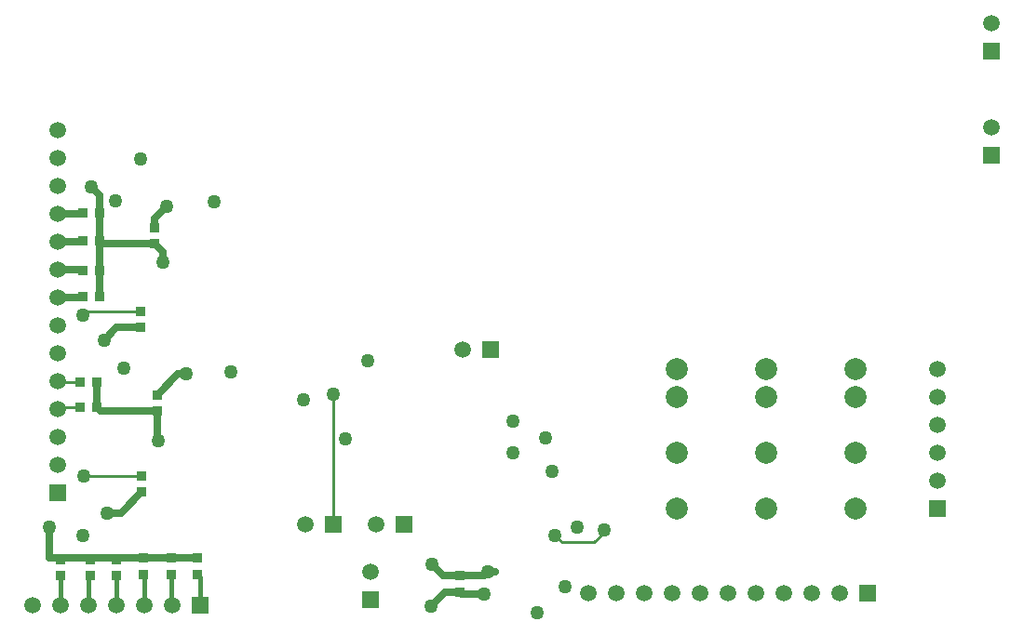
<source format=gbl>
G04 Layer_Physical_Order=4*
G04 Layer_Color=16711680*
%FSLAX25Y25*%
%MOIN*%
G70*
G01*
G75*
%ADD11R,0.03543X0.03740*%
%ADD14R,0.03740X0.03543*%
%ADD16C,0.01000*%
%ADD17C,0.02500*%
%ADD18C,0.05906*%
%ADD19R,0.05906X0.05906*%
%ADD20R,0.05906X0.05906*%
%ADD21C,0.07874*%
%ADD22C,0.05000*%
%ADD23C,0.01500*%
D11*
X228405Y290000D02*
D03*
X222500D02*
D03*
X228405Y299000D02*
D03*
X222500D02*
D03*
X229405Y329500D02*
D03*
X223500D02*
D03*
X229405Y339000D02*
D03*
X223500D02*
D03*
X229405Y349500D02*
D03*
X223500D02*
D03*
X229405Y359500D02*
D03*
X223500D02*
D03*
D14*
X215500Y235405D02*
D03*
Y229500D02*
D03*
X226000Y235405D02*
D03*
Y229500D02*
D03*
X235500Y235405D02*
D03*
Y229500D02*
D03*
X245000Y235906D02*
D03*
Y230000D02*
D03*
X255000Y235906D02*
D03*
Y230000D02*
D03*
X264500Y235906D02*
D03*
Y230000D02*
D03*
X244500Y265406D02*
D03*
Y259500D02*
D03*
X244000Y324406D02*
D03*
Y318500D02*
D03*
X250000Y294406D02*
D03*
Y288500D02*
D03*
X249000Y354405D02*
D03*
Y348500D02*
D03*
X358500Y223594D02*
D03*
Y229500D02*
D03*
D16*
X223500Y323000D02*
X224905Y324406D01*
X313000Y248000D02*
Y294500D01*
X224905Y324406D02*
X244000D01*
X214799Y299000D02*
X222500D01*
X214331Y299468D02*
X214799Y299000D01*
X214862Y290000D02*
X222500D01*
X214331Y289469D02*
X214862Y290000D01*
X223905Y265406D02*
X244500D01*
X395000Y241500D02*
X406500D01*
X410000Y245000D01*
Y246000D01*
X392500Y244000D02*
X395000Y241500D01*
X255500Y219000D02*
Y229500D01*
X255000Y230000D02*
X255500Y229500D01*
D17*
X232000Y252000D02*
X237000D01*
X244500Y259500D01*
X231000Y314000D02*
X235500Y318500D01*
X244000D01*
X226500Y369000D02*
X229405Y366094D01*
Y359500D02*
Y366094D01*
X211500Y235906D02*
X264500D01*
X211500D02*
Y247000D01*
X250000Y278500D02*
X250500Y278000D01*
X250000Y278500D02*
Y288500D01*
Y294406D02*
X257594Y302000D01*
X260500D01*
X228405Y290000D02*
X229906Y288500D01*
X250000D01*
X228405Y290000D02*
Y299000D01*
X229405Y339000D02*
Y349500D01*
X230405Y348500D02*
X249000D01*
Y357500D02*
X253500Y362000D01*
X249000Y354405D02*
Y357500D01*
X252000Y342000D02*
Y345500D01*
X249000Y348500D02*
X252000Y345500D01*
X229405Y349500D02*
X230405Y348500D01*
X229405Y349500D02*
Y359500D01*
Y329500D02*
Y339000D01*
X214331Y359469D02*
X223468D01*
X223500Y359500D01*
X214331Y349468D02*
X223468D01*
X223500Y349500D01*
X214331Y339469D02*
X223031D01*
X223500Y339000D01*
X214331Y329468D02*
X223468D01*
X223500Y329500D01*
X352500Y229500D02*
X358500D01*
X348500Y233500D02*
X352500Y229500D01*
X353095Y223594D02*
X358500D01*
X348000Y218500D02*
X353095Y223594D01*
X368500Y231000D02*
X371000D01*
X358500Y229500D02*
X367000D01*
X368500Y231000D01*
X359095Y223000D02*
X367000D01*
X358500Y223594D02*
X359095Y223000D01*
X211500Y235906D02*
X240500D01*
D18*
X529331Y303720D02*
D03*
Y293721D02*
D03*
Y283720D02*
D03*
Y273721D02*
D03*
Y263720D02*
D03*
X326500Y231000D02*
D03*
X205500Y219000D02*
D03*
X215500D02*
D03*
X225500D02*
D03*
X235500D02*
D03*
X255500D02*
D03*
X245500D02*
D03*
X214331Y269468D02*
D03*
Y279468D02*
D03*
Y289469D02*
D03*
Y299468D02*
D03*
Y309469D02*
D03*
Y319468D02*
D03*
Y329468D02*
D03*
Y339469D02*
D03*
Y349468D02*
D03*
Y359469D02*
D03*
Y369468D02*
D03*
Y379468D02*
D03*
Y389469D02*
D03*
X548831Y427720D02*
D03*
Y390220D02*
D03*
X303000Y248000D02*
D03*
X359500Y310500D02*
D03*
X328500Y248000D02*
D03*
X494331Y223406D02*
D03*
X484331D02*
D03*
X474331D02*
D03*
X464331D02*
D03*
X454331D02*
D03*
X444331D02*
D03*
X434331D02*
D03*
X424331D02*
D03*
X414331D02*
D03*
X404331D02*
D03*
D19*
X529331Y253720D02*
D03*
X326500Y221000D02*
D03*
X214331Y259469D02*
D03*
X548831Y417721D02*
D03*
Y380221D02*
D03*
D20*
X265500Y219000D02*
D03*
X313000Y248000D02*
D03*
X369500Y310500D02*
D03*
X338500Y248000D02*
D03*
X504331Y223406D02*
D03*
D21*
X500000Y253500D02*
D03*
Y273500D02*
D03*
Y293500D02*
D03*
Y303500D02*
D03*
X468000Y253500D02*
D03*
Y273500D02*
D03*
Y293500D02*
D03*
Y303500D02*
D03*
X436000Y253500D02*
D03*
Y273500D02*
D03*
Y293500D02*
D03*
Y303500D02*
D03*
D22*
X226500Y369000D02*
D03*
X244000Y379000D02*
D03*
X391500Y267000D02*
D03*
X325500Y306500D02*
D03*
X317500Y278500D02*
D03*
X302500Y292500D02*
D03*
X377500Y273500D02*
D03*
Y285000D02*
D03*
X260500Y302000D02*
D03*
X253500Y362000D02*
D03*
X235094Y364094D02*
D03*
X238000Y304000D02*
D03*
X211500Y247000D02*
D03*
X232000Y252000D02*
D03*
X250500Y278000D02*
D03*
X231000Y314000D02*
D03*
X223500Y323000D02*
D03*
X252000Y342000D02*
D03*
X270500Y363500D02*
D03*
X276500Y302500D02*
D03*
X313000Y294500D02*
D03*
X223905Y265406D02*
D03*
X223500Y244000D02*
D03*
X348000Y218500D02*
D03*
X348500Y233500D02*
D03*
X367000Y223000D02*
D03*
X368500Y231000D02*
D03*
X396000Y225500D02*
D03*
X386093Y216250D02*
D03*
X400500Y247000D02*
D03*
X410000Y246000D02*
D03*
X389000Y279000D02*
D03*
X392500Y244000D02*
D03*
D23*
X215500Y219000D02*
Y229500D01*
X225500Y219000D02*
Y229000D01*
X226000Y229500D01*
X235500Y219000D02*
Y229500D01*
X245500Y219000D02*
Y229500D01*
X245000Y230000D02*
X245500Y229500D01*
X255000Y219500D02*
Y230000D01*
Y219500D02*
X255500Y219000D01*
X265500D02*
Y229000D01*
X264500Y230000D02*
X265500Y229000D01*
M02*

</source>
